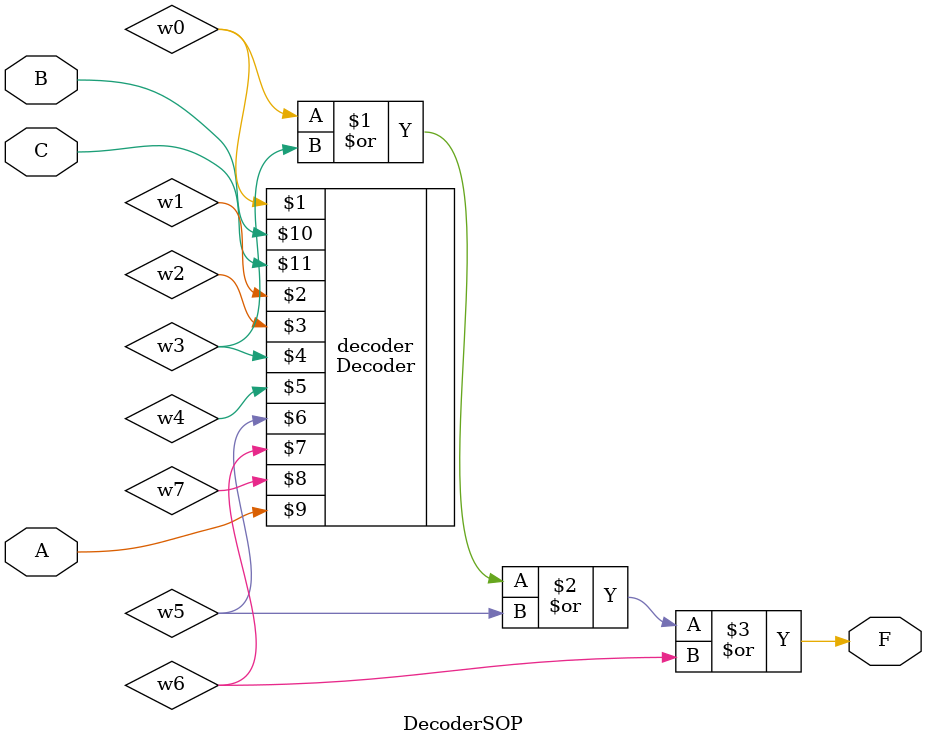
<source format=v>
`timescale 1ns / 1ps

module DecoderSOP(
    output F,
    input A,
    input B,
    input C
    );
    wire w0,w1,w2,w3,w4,w5,w6,w7;
    Decoder decoder(w0,w1,w2,w3,w4,w5,w6,w7,A,B,C);
    
    or OR1(F,w0,w3,w5,w6);
endmodule

</source>
